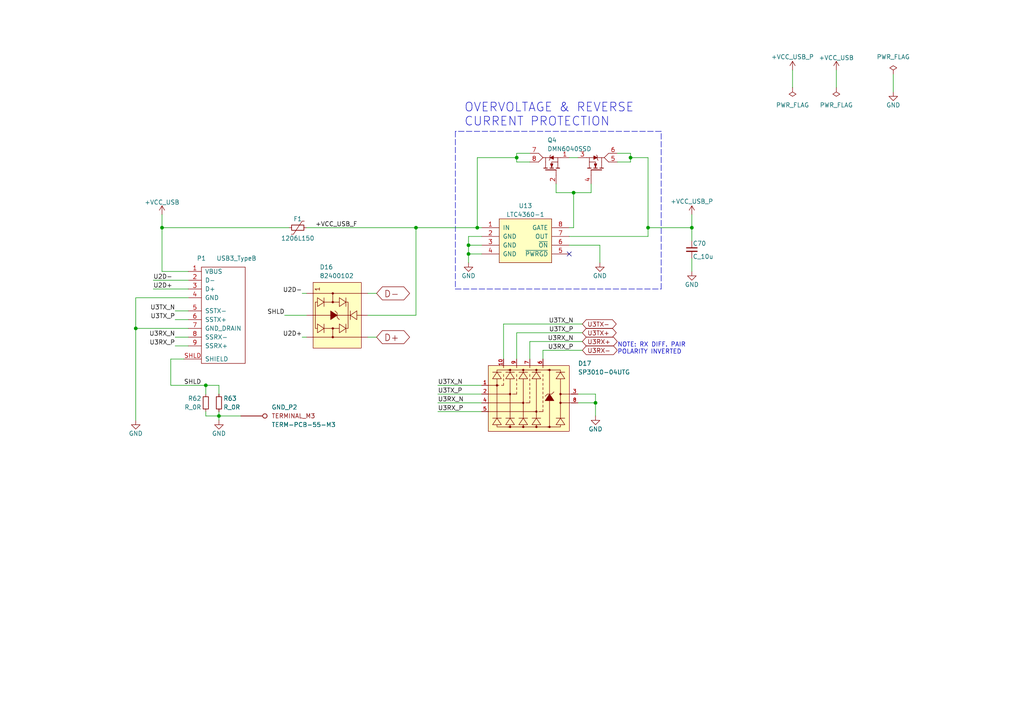
<source format=kicad_sch>
(kicad_sch (version 20250114) (generator "eeschema") (generator_version "9.0")
  (paper "A4")
  (title_block (title "Scopefun Oscilloscope") (rev "v2") (comment 1 "Copyright Dejan Priversek 2017") (comment 2 "Licensed under CERN OHL v.1.2"))
  (lib_symbols
    (symbol "GND_1" (power) (pin_names (offset 0))
      (property "Value" "GND" (at 0 -3.81 0))
      (symbol "GND_1_0_1"
        (polyline (pts (xy 0 0) (xy 0 -1.27) (xy 1.27 -1.27) (xy 0 -2.54) (xy -1.27 -1.27) (xy 0 -1.27)))
      )
      (symbol "GND_1_1_1"
        (pin power_in line (at 0 0 270) (length 0) (hide yes) (name "GND") (number "1"))
      )
    )
    (symbol "GND_10" (power) (pin_names (offset 0))
      (property "Value" "GND" (at 0 -3.81 0))
      (symbol "GND_10_0_1"
        (polyline (pts (xy 0 0) (xy 0 -1.27) (xy 1.27 -1.27) (xy 0 -2.54) (xy -1.27 -1.27) (xy 0 -1.27)))
      )
      (symbol "GND_10_1_1"
        (pin power_in line (at 0 0 270) (length 0) (hide yes) (name "GND") (number "1"))
      )
    )
    (symbol "GND_11" (power) (pin_names (offset 0))
      (property "Value" "GND" (at 0 -3.81 0))
      (symbol "GND_11_0_1"
        (polyline (pts (xy 0 0) (xy 0 -1.27) (xy 1.27 -1.27) (xy 0 -2.54) (xy -1.27 -1.27) (xy 0 -1.27)))
      )
      (symbol "GND_11_1_1"
        (pin power_in line (at 0 0 270) (length 0) (hide yes) (name "GND") (number "1"))
      )
    )
    (symbol "GND_12" (power) (pin_names (offset 0))
      (property "Value" "GND" (at 0 -3.81 0))
      (symbol "GND_12_0_1"
        (polyline (pts (xy 0 0) (xy 0 -1.27) (xy 1.27 -1.27) (xy 0 -2.54) (xy -1.27 -1.27) (xy 0 -1.27)))
      )
      (symbol "GND_12_1_1"
        (pin power_in line (at 0 0 270) (length 0) (hide yes) (name "GND") (number "1"))
      )
    )
    (symbol "GND_13" (power) (pin_names (offset 0))
      (property "Value" "GND" (at 0 -3.81 0))
      (symbol "GND_13_0_1"
        (polyline (pts (xy 0 0) (xy 0 -1.27) (xy 1.27 -1.27) (xy 0 -2.54) (xy -1.27 -1.27) (xy 0 -1.27)))
      )
      (symbol "GND_13_1_1"
        (pin power_in line (at 0 0 270) (length 0) (hide yes) (name "GND") (number "1"))
      )
    )
    (symbol "GND_14" (power) (pin_names (offset 0))
      (property "Value" "GND" (at 0 -3.81 0))
      (symbol "GND_14_0_1"
        (polyline (pts (xy 0 0) (xy 0 -1.27) (xy 1.27 -1.27) (xy 0 -2.54) (xy -1.27 -1.27) (xy 0 -1.27)))
      )
      (symbol "GND_14_1_1"
        (pin power_in line (at 0 0 270) (length 0) (hide yes) (name "GND") (number "1"))
      )
    )
    (symbol "GND_2" (power) (pin_names (offset 0))
      (property "Value" "GND" (at 0 -3.81 0))
      (symbol "GND_2_0_1"
        (polyline (pts (xy 0 0) (xy 0 -1.27) (xy 1.27 -1.27) (xy 0 -2.54) (xy -1.27 -1.27) (xy 0 -1.27)))
      )
      (symbol "GND_2_1_1"
        (pin power_in line (at 0 0 270) (length 0) (hide yes) (name "GND") (number "1"))
      )
    )
    (symbol "GND_3" (power) (pin_names (offset 0))
      (property "Value" "GND" (at 0 -3.81 0))
      (symbol "GND_3_0_1"
        (polyline (pts (xy 0 0) (xy 0 -1.27) (xy 1.27 -1.27) (xy 0 -2.54) (xy -1.27 -1.27) (xy 0 -1.27)))
      )
      (symbol "GND_3_1_1"
        (pin power_in line (at 0 0 270) (length 0) (hide yes) (name "GND") (number "1"))
      )
    )
    (symbol "GND_4" (power) (pin_names (offset 0))
      (property "Value" "GND" (at 0 -3.81 0))
      (symbol "GND_4_0_1"
        (polyline (pts (xy 0 0) (xy 0 -1.27) (xy 1.27 -1.27) (xy 0 -2.54) (xy -1.27 -1.27) (xy 0 -1.27)))
      )
      (symbol "GND_4_1_1"
        (pin power_in line (at 0 0 270) (length 0) (hide yes) (name "GND") (number "1"))
      )
    )
    (symbol "GND_5" (power) (pin_names (offset 0))
      (property "Value" "GND" (at 0 -3.81 0))
      (symbol "GND_5_0_1"
        (polyline (pts (xy 0 0) (xy 0 -1.27) (xy 1.27 -1.27) (xy 0 -2.54) (xy -1.27 -1.27) (xy 0 -1.27)))
      )
      (symbol "GND_5_1_1"
        (pin power_in line (at 0 0 270) (length 0) (hide yes) (name "GND") (number "1"))
      )
    )
    (symbol "GND_6" (power) (pin_names (offset 0))
      (property "Value" "GND" (at 0 -3.81 0))
      (symbol "GND_6_0_1"
        (polyline (pts (xy 0 0) (xy 0 -1.27) (xy 1.27 -1.27) (xy 0 -2.54) (xy -1.27 -1.27) (xy 0 -1.27)))
      )
      (symbol "GND_6_1_1"
        (pin power_in line (at 0 0 270) (length 0) (hide yes) (name "GND") (number "1"))
      )
    )
    (symbol "GND_7" (power) (pin_names (offset 0))
      (property "Value" "GND" (at 0 -3.81 0))
      (symbol "GND_7_0_1"
        (polyline (pts (xy 0 0) (xy 0 -1.27) (xy 1.27 -1.27) (xy 0 -2.54) (xy -1.27 -1.27) (xy 0 -1.27)))
      )
      (symbol "GND_7_1_1"
        (pin power_in line (at 0 0 270) (length 0) (hide yes) (name "GND") (number "1"))
      )
    )
    (symbol "GND_8" (power) (pin_names (offset 0))
      (property "Value" "GND" (at 0 -3.81 0))
      (symbol "GND_8_0_1"
        (polyline (pts (xy 0 0) (xy 0 -1.27) (xy 1.27 -1.27) (xy 0 -2.54) (xy -1.27 -1.27) (xy 0 -1.27)))
      )
      (symbol "GND_8_1_1"
        (pin power_in line (at 0 0 270) (length 0) (hide yes) (name "GND") (number "1"))
      )
    )
    (symbol "GND_9" (power) (pin_names (offset 0))
      (property "Value" "GND" (at 0 -3.81 0))
      (symbol "GND_9_0_1"
        (polyline (pts (xy 0 0) (xy 0 -1.27) (xy 1.27 -1.27) (xy 0 -2.54) (xy -1.27 -1.27) (xy 0 -1.27)))
      )
      (symbol "GND_9_1_1"
        (pin power_in line (at 0 0 270) (length 0) (hide yes) (name "GND") (number "1"))
      )
    )
    (symbol "PWR_FLAG_1" (power) (pin_numbers (hide yes)) (pin_names (offset 0) (hide yes))
      (property "Value" "PWR_FLAG" (at 0 3.81 0))
      (symbol "PWR_FLAG_1_0_0"
        (pin power_out line (at 0 0 90) (length 0) (name "pwr") (number "1"))
      )
      (symbol "PWR_FLAG_1_0_1"
        (polyline (pts (xy 0 0) (xy 0 1.27) (xy -1.016 1.905) (xy 0 2.54) (xy 1.016 1.905) (xy 0 1.27)))
      )
    )
    (symbol "PWR_FLAG_2" (power) (pin_numbers (hide yes)) (pin_names (offset 0) (hide yes))
      (property "Value" "PWR_FLAG" (at 0 3.81 0))
      (symbol "PWR_FLAG_2_0_0"
        (pin power_out line (at 0 0 90) (length 0) (name "pwr") (number "1"))
      )
      (symbol "PWR_FLAG_2_0_1"
        (polyline (pts (xy 0 0) (xy 0 1.27) (xy -1.016 1.905) (xy 0 2.54) (xy 1.016 1.905) (xy 0 1.27)))
      )
    )
    (symbol "PWR_FLAG_3" (power) (pin_numbers (hide yes)) (pin_names (offset 0) (hide yes))
      (property "Value" "PWR_FLAG" (at 0 3.81 0))
      (symbol "PWR_FLAG_3_0_0"
        (pin power_out line (at 0 0 90) (length 0) (name "pwr") (number "1"))
      )
      (symbol "PWR_FLAG_3_0_1"
        (polyline (pts (xy 0 0) (xy 0 1.27) (xy -1.016 1.905) (xy 0 2.54) (xy 1.016 1.905) (xy 0 1.27)))
      )
    )
    (symbol "PWR_FLAG_4" (power) (pin_numbers (hide yes)) (pin_names (offset 0) (hide yes))
      (property "Value" "PWR_FLAG" (at 0 3.81 0))
      (symbol "PWR_FLAG_4_0_0"
        (pin power_out line (at 0 0 90) (length 0) (name "pwr") (number "1"))
      )
      (symbol "PWR_FLAG_4_0_1"
        (polyline (pts (xy 0 0) (xy 0 1.27) (xy -1.016 1.905) (xy 0 2.54) (xy 1.016 1.905) (xy 0 1.27)))
      )
    )
    (symbol "PWR_FLAG_5" (power) (pin_numbers (hide yes)) (pin_names (offset 0) (hide yes))
      (property "Value" "PWR_FLAG" (at 0 3.81 0))
      (symbol "PWR_FLAG_5_0_0"
        (pin power_out line (at 0 0 90) (length 0) (name "pwr") (number "1"))
      )
      (symbol "PWR_FLAG_5_0_1"
        (polyline (pts (xy 0 0) (xy 0 1.27) (xy -1.016 1.905) (xy 0 2.54) (xy 1.016 1.905) (xy 0 1.27)))
      )
    )
    (symbol "PWR_FLAG_6" (power) (pin_numbers (hide yes)) (pin_names (offset 0) (hide yes))
      (property "Value" "PWR_FLAG" (at 0 3.81 0))
      (symbol "PWR_FLAG_6_0_0"
        (pin power_out line (at 0 0 90) (length 0) (name "pwr") (number "1"))
      )
      (symbol "PWR_FLAG_6_0_1"
        (polyline (pts (xy 0 0) (xy 0 1.27) (xy -1.016 1.905) (xy 0 2.54) (xy 1.016 1.905) (xy 0 1.27)))
      )
    )
    (symbol "ScopefunParts:+VCC_USB" (power) (pin_names (offset 0))
      (property "Value" "+VCC_USB" (at 0 3.556 0))
      (symbol "+VCC_USB_0_1"
        (polyline (pts (xy -0.762 1.27) (xy 0 2.54)))
        (polyline (pts (xy 0 2.54) (xy 0.762 1.27)))
        (polyline (pts (xy 0 0) (xy 0 2.54)))
      )
      (symbol "+VCC_USB_1_1"
        (pin power_in line (at 0 0 90) (length 0) (hide yes) (name "+VCC_USB") (number "1"))
      )
    )
    (symbol "ScopefunParts:+VCC_USB_P" (power) (pin_names (offset 0))
      (property "Value" "+VCC_USB_P" (at 0 3.556 0))
      (symbol "+VCC_USB_P_0_1"
        (polyline (pts (xy -0.762 1.27) (xy 0 2.54)))
        (polyline (pts (xy 0 2.54) (xy 0.762 1.27)))
        (polyline (pts (xy 0 0) (xy 0 2.54)))
      )
      (symbol "+VCC_USB_P_1_1"
        (pin power_in line (at 0 0 90) (length 0) (hide yes) (name "+VCC_USB_P") (number "1"))
      )
    )
    (symbol "ScopefunParts:1206L150" (pin_numbers (hide yes)) (pin_names (offset 0.254) (hide yes))
      (property "Reference" "F" (at -1.27 2.54 0))
      (property "Value" "1206L150" (at 0 -3.81 0))
      (symbol "1206L150_0_1"
        (polyline (pts (xy -1.905 -1.905) (xy -1.27 -1.905) (xy 1.27 1.905) (xy 1.905 1.905)))
        (rectangle (start -1.778 -0.762) (end 1.778 0.762) (stroke (width 0.2032)))
      )
      (symbol "1206L150_1_1"
        (pin passive line (at -2.54 0 0) (length 0.762) (name "~") (number "1"))
        (pin passive line (at 2.54 0 180) (length 0.762) (name "~") (number "2"))
      )
    )
    (symbol "ScopefunParts:82400102" (pin_numbers (hide yes)) (pin_names (offset 0.254) (hide yes))
      (property "Reference" "D" (at 10.16 3.81 0))
      (property "Value" "82400102" (at 10.16 1.27 0))
      (symbol "82400102_0_0"
        (text "1" (at -7.62 -5.715 0) (effects (font (size 1.27 1.27))))
      )
      (symbol "82400102_0_1"
        (polyline (pts (xy -6.35 6.985) (xy -6.35 -6.985)))
        (circle (center -6.35 -1.27) (radius 0.254) (fill (type outline)))
        (polyline (pts (xy -6.35 -1.27) (xy -3.81 -1.27)))
        (polyline (pts (xy -5.08 2.54) (xy -2.54 2.54)))
        (polyline (pts (xy -5.08 0.635) (xy -3.81 2.54) (xy -2.54 0.635) (xy -5.08 0.635)))
        (polyline (pts (xy -5.08 -3.81) (xy -2.54 -3.81)))
        (polyline (pts (xy -5.08 -5.715) (xy -3.81 -3.81) (xy -2.54 -5.715) (xy -5.08 -5.715)))
        (circle (center -3.81 -1.27) (radius 0.254) (fill (type outline)))
        (polyline (pts (xy -3.81 -3.81) (xy -3.81 0.635)))
        (polyline (pts (xy -3.81 -5.715) (xy -3.81 -6.35) (xy 0 -6.35)))
        (polyline (pts (xy -1.27 5.715) (xy 0 3.81) (xy 1.27 5.715) (xy -1.27 5.715)))
        (polyline (pts (xy -1.27 3.81) (xy 1.27 3.81)))
        (polyline (pts (xy 0 5.715) (xy 0 6.985)))
        (polyline (pts (xy 0 3.81) (xy 0 0)))
        (polyline (pts (xy 0 3.175) (xy -3.81 3.175) (xy -3.81 2.54)))
        (polyline (pts (xy 0 3.175) (xy 3.81 3.175) (xy 3.81 2.54)))
        (polyline (pts (xy 0 0) (xy -1.27 -1.905) (xy 1.27 -1.905) (xy 0 0)) (fill (type outline)))
        (polyline (pts (xy 0 -1.905) (xy 0 -6.985)))
        (polyline (pts (xy 1.27 0.635) (xy 0.635 0) (xy -0.635 0) (xy -1.27 -0.635)))
        (polyline (pts (xy 2.54 2.54) (xy 5.08 2.54)))
        (polyline (pts (xy 2.54 0.635) (xy 3.81 2.54) (xy 5.08 0.635) (xy 2.54 0.635)))
        (polyline (pts (xy 2.54 -3.81) (xy 5.08 -3.81)))
        (polyline (pts (xy 2.54 -5.715) (xy 3.81 -3.81) (xy 5.08 -5.715) (xy 2.54 -5.715)))
        (polyline (pts (xy 3.81 -1.27) (xy 6.35 -1.27)))
        (circle (center 3.81 -1.27) (radius 0.254) (fill (type outline)))
        (polyline (pts (xy 3.81 -3.81) (xy 3.81 0.635)))
        (polyline (pts (xy 3.81 -5.715) (xy 3.81 -6.35) (xy 0 -6.35)))
        (polyline (pts (xy 6.35 6.985) (xy 6.35 -6.985)))
        (circle (center 6.35 -1.27) (radius 0.254) (fill (type outline)))
        (rectangle (start 9.525 -6.985) (end -9.525 6.985) (fill (type background)))
      )
      (symbol "82400102_1_1"
        (pin passive line (at -6.35 8.89 270) (length 1.905) (name "IO1") (number "6"))
        (pin passive line (at -6.35 -8.89 90) (length 1.905) (name "IO1") (number "1"))
        (pin passive line (at 0 8.89 270) (length 1.905) (name "VDD") (number "5"))
        (pin passive line (at 0 -8.89 90) (length 1.905) (name "GND") (number "2"))
        (pin passive line (at 6.35 8.89 270) (length 1.905) (name "IO2") (number "4"))
        (pin passive line (at 6.35 -8.89 90) (length 1.905) (name "IO2") (number "3"))
      )
    )
    (symbol "ScopefunParts:C_10u" (pin_numbers (hide yes)) (pin_names (offset 0.254) (hide yes))
      (property "Reference" "C" (at 0.254 1.778 0))
      (property "Value" "C_10u" (at 0.254 -2.032 0))
      (symbol "C_10u_0_1"
        (polyline (pts (xy -1.524 0.508) (xy 1.524 0.508)) (stroke (width 0.3048)))
        (polyline (pts (xy -1.524 -0.508) (xy 1.524 -0.508)) (stroke (width 0.3302)))
      )
      (symbol "C_10u_1_1"
        (pin passive line (at 0 2.54 270) (length 1.905) (name "~") (number "1"))
        (pin passive line (at 0 -2.54 90) (length 2.032) (name "~") (number "2"))
      )
    )
    (symbol "ScopefunParts:DMN6040SSD" (pin_names (offset 0) (hide yes))
      (property "Reference" "Q" (at -7.62 7.62 0))
      (property "Value" "DMN6040SSD" (at -7.62 5.08 0))
      (symbol "DMN6040SSD_0_1"
        (polyline (pts (xy -8.89 2.54) (xy -10.16 3.81)))
        (polyline (pts (xy -8.89 2.54) (xy -10.16 1.27)))
        (polyline (pts (xy -8.89 2.54) (xy -8.128 2.54)))
        (polyline (pts (xy -8.636 -0.508) (xy -7.62 -0.508)) (stroke (width 0.254)))
        (polyline (pts (xy -8.128 -0.508) (xy -8.128 1.27)))
        (polyline (pts (xy -8.128 -1.016) (xy -5.08 -1.016)) (stroke (width 0.254)))
        (polyline (pts (xy -6.858 2.54) (xy -8.128 2.54) (xy -8.128 1.27)))
        (polyline (pts (xy -6.858 -0.508) (xy -5.842 -0.508)) (stroke (width 0.254)))
        (polyline (pts (xy -6.604 3.302) (xy -6.858 3.048) (xy -6.858 2.032) (xy -7.112 1.778)))
        (polyline (pts (xy -6.35 -0.254) (xy -6.731 0.762) (xy -5.969 0.762) (xy -6.35 -0.254)) (fill (type outline)))
        (polyline (pts (xy -6.35 -0.508) (xy -6.35 1.27)))
        (polyline (pts (xy -5.842 2.54) (xy -4.572 2.54) (xy -4.572 1.27)))
        (polyline (pts (xy -5.842 2.032) (xy -5.842 3.048) (xy -6.858 2.54) (xy -5.842 2.032)) (fill (type outline)))
        (polyline (pts (xy -5.08 -0.508) (xy -4.064 -0.508)) (stroke (width 0.254)))
        (polyline (pts (xy -5.08 -2.54) (xy -5.08 -1.016)))
        (polyline (pts (xy -4.572 2.54) (xy -3.81 2.54)))
        (polyline (pts (xy -4.572 1.27) (xy -6.35 1.27)))
        (polyline (pts (xy -4.572 -0.508) (xy -4.572 1.27)))
        (polyline (pts (xy 4.572 2.54) (xy 3.81 2.54)))
        (polyline (pts (xy 4.572 1.27) (xy 6.35 1.27)))
        (polyline (pts (xy 4.572 -0.508) (xy 4.572 1.27)))
        (polyline (pts (xy 5.08 -0.508) (xy 4.064 -0.508)) (stroke (width 0.254)))
        (polyline (pts (xy 5.08 -2.54) (xy 5.08 -1.016)))
        (polyline (pts (xy 5.842 2.54) (xy 4.572 2.54) (xy 4.572 1.27)))
        (polyline (pts (xy 5.842 2.032) (xy 5.842 3.048) (xy 6.858 2.54) (xy 5.842 2.032)) (fill (type outline)))
        (polyline (pts (xy 6.35 -0.254) (xy 6.731 0.762) (xy 5.969 0.762) (xy 6.35 -0.254)) (fill (type outline)))
        (polyline (pts (xy 6.35 -0.508) (xy 6.35 1.27)))
        (polyline (pts (xy 6.604 3.302) (xy 6.858 3.048) (xy 6.858 2.032) (xy 7.112 1.778)))
        (polyline (pts (xy 6.858 2.54) (xy 8.128 2.54) (xy 8.128 1.27)))
        (polyline (pts (xy 6.858 -0.508) (xy 5.842 -0.508)) (stroke (width 0.254)))
        (polyline (pts (xy 8.128 -0.508) (xy 8.128 1.27)))
        (polyline (pts (xy 8.128 -1.016) (xy 5.08 -1.016)) (stroke (width 0.254)))
        (polyline (pts (xy 8.636 -0.508) (xy 7.62 -0.508)) (stroke (width 0.254)))
        (polyline (pts (xy 8.89 2.54) (xy 8.128 2.54)))
        (polyline (pts (xy 8.89 2.54) (xy 10.16 3.81)))
        (polyline (pts (xy 8.89 2.54) (xy 10.16 1.27)))
      )
      (symbol "DMN6040SSD_1_1"
        (pin passive line (at -12.7 3.81 0) (length 2.54) (name "D1") (number "7"))
        (pin passive line (at -12.7 1.27 0) (length 2.54) (name "D1") (number "8"))
        (pin input line (at -5.08 -5.08 90) (length 2.54) (name "G1") (number "2"))
        (pin passive line (at -1.27 2.54 180) (length 2.54) (name "S1") (number "1"))
        (pin passive line (at 1.27 2.54 0) (length 2.54) (name "S2") (number "3"))
        (pin input line (at 5.08 -5.08 90) (length 2.54) (name "G2") (number "4"))
        (pin passive line (at 12.7 3.81 180) (length 2.54) (name "D2") (number "6"))
        (pin passive line (at 12.7 1.27 180) (length 2.54) (name "D2") (number "5"))
      )
    )
    (symbol "ScopefunParts:LTC4360-1" (pin_names (offset 1.016))
      (property "Reference" "U" (at 0 8.89 0))
      (property "Value" "LTC4360-1" (at 0 6.35 0))
      (symbol "LTC4360-1_0_1"
        (rectangle (start -7.62 5.08) (end 7.62 -7.62) (fill (type background)))
      )
      (symbol "LTC4360-1_1_1"
        (pin power_in line (at -12.7 2.54 0) (length 5.08) (name "IN") (number "1"))
        (pin power_in line (at -12.7 0 0) (length 5.08) (name "GND") (number "2"))
        (pin power_in line (at -12.7 -2.54 0) (length 5.08) (name "GND") (number "3"))
        (pin power_in line (at -12.7 -5.08 0) (length 5.08) (name "GND") (number "4"))
        (pin output line (at 12.7 2.54 180) (length 5.08) (name "GATE") (number "8"))
        (pin power_out line (at 12.7 0 180) (length 5.08) (name "OUT") (number "7"))
        (pin input line (at 12.7 -2.54 180) (length 5.08) (name "~{ON}") (number "6"))
        (pin output line (at 12.7 -5.08 180) (length 5.08) (name "~{PWRGD}") (number "5"))
      )
    )
    (symbol "ScopefunParts:R_0R" (pin_numbers (hide yes)) (pin_names (offset 0.254) (hide yes))
      (property "Reference" "R" (at 1.27 1.27 0))
      (property "Value" "R_0R" (at 1.27 -1.27 0))
      (symbol "R_0R_0_1"
        (rectangle (start -0.762 1.778) (end 0.762 -1.778) (stroke (width 0.2032)))
      )
      (symbol "R_0R_1_1"
        (pin passive line (at 0 2.54 270) (length 0.762) (name "~") (number "1"))
        (pin passive line (at 0 -2.54 90) (length 0.762) (name "~") (number "2"))
      )
    )
    (symbol "ScopefunParts:SP3010-04UTG" (pin_names (offset 0.254) (hide yes))
      (property "Reference" "D" (at 12.7 10.16 0))
      (property "Value" "SP3010-04UTG" (at 12.7 7.62 0))
      (symbol "SP3010-04UTG_0_0"
        (polyline (pts (xy -10.16 3.81) (xy -12.065 3.81)))
        (polyline (pts (xy -9.525 5.715) (xy -9.525 -5.715)))
        (polyline (pts (xy -6.35 1.27) (xy -12.065 1.27)))
        (circle (center -5.715 8.255) (radius 0.254) (fill (type outline)))
        (polyline (pts (xy -5.715 5.715) (xy -5.715 -5.715)))
        (circle (center -5.715 -8.255) (radius 0.254) (fill (type outline)))
        (polyline (pts (xy -2.54 -1.27) (xy -12.065 -1.27)))
        (circle (center -1.905 8.255) (radius 0.254) (fill (type outline)))
        (polyline (pts (xy -1.905 7.62) (xy -1.905 8.255)))
        (polyline (pts (xy -1.905 5.715) (xy -1.905 -5.715)))
        (polyline (pts (xy -1.905 -7.62) (xy -1.905 -8.255)))
        (circle (center -1.905 -8.255) (radius 0.254) (fill (type outline)))
        (polyline (pts (xy 1.27 -3.81) (xy -12.065 -3.81)))
        (circle (center 1.905 8.255) (radius 0.254) (fill (type outline)))
        (polyline (pts (xy 1.905 5.715) (xy 1.905 -5.715)))
        (polyline (pts (xy 1.905 -8.255) (xy 5.715 -8.255)))
        (circle (center 1.905 -8.255) (radius 0.254) (fill (type outline)))
        (polyline (pts (xy 5.715 8.255) (xy 1.905 8.255)))
        (circle (center 5.715 8.255) (radius 0.254) (fill (type outline)))
        (polyline (pts (xy 5.715 -8.255) (xy 5.715 8.255)))
        (circle (center 5.715 -8.255) (radius 0.254) (fill (type outline)))
        (polyline (pts (xy 8.89 -5.715) (xy 8.89 5.715)))
      )
      (symbol "SP3010-04UTG_0_1"
        (polyline (pts (xy -10.795 7.62) (xy -8.255 7.62)))
        (polyline (pts (xy -10.795 5.715) (xy -9.525 7.62) (xy -8.255 5.715) (xy -10.795 5.715)))
        (polyline (pts (xy -10.795 -5.715) (xy -8.255 -5.715)))
        (polyline (pts (xy -10.795 -7.62) (xy -9.525 -5.715) (xy -8.255 -7.62) (xy -10.795 -7.62)))
        (circle (center -9.525 3.81) (radius 0.254) (fill (type outline)))
        (polyline (pts (xy -9.525 3.81) (xy -10.16 3.81)))
        (polyline (pts (xy -9.525 3.81) (xy -8.89 3.81)))
        (polyline (pts (xy -9.525 -7.62) (xy -9.525 -8.255) (xy -5.715 -8.255)))
        (polyline (pts (xy -8.255 3.81) (xy -7.62 3.81)))
        (polyline (pts (xy -7.62 8.89) (xy -7.62 9.525)))
        (polyline (pts (xy -7.62 7.62) (xy -7.62 7.62)))
        (polyline (pts (xy -7.62 6.35) (xy -7.62 6.985)))
        (polyline (pts (xy -7.62 5.08) (xy -7.62 5.715)))
        (polyline (pts (xy -7.62 4.445) (xy -7.62 3.81)))
        (polyline (pts (xy -6.985 7.62) (xy -4.445 7.62)))
        (polyline (pts (xy -6.985 5.715) (xy -5.715 7.62) (xy -4.445 5.715) (xy -6.985 5.715)))
        (polyline (pts (xy -6.985 -5.715) (xy -4.445 -5.715)))
        (polyline (pts (xy -6.985 -7.62) (xy -5.715 -5.715) (xy -4.445 -7.62) (xy -6.985 -7.62)))
        (polyline (pts (xy -6.35 8.255) (xy -5.715 8.255)))
        (polyline (pts (xy -6.35 1.27) (xy -5.715 1.27)))
        (polyline (pts (xy -5.715 8.255) (xy -9.525 8.255) (xy -9.525 7.62)))
        (circle (center -5.715 1.27) (radius 0.254) (fill (type outline)))
        (polyline (pts (xy -5.715 -7.62) (xy -5.715 -8.255) (xy -1.905 -8.255)))
        (polyline (pts (xy -5.715 -8.255) (xy -6.35 -8.255)))
        (polyline (pts (xy -5.08 1.27) (xy -4.445 1.27)))
        (polyline (pts (xy -4.445 1.27) (xy -3.81 1.27)))
        (polyline (pts (xy -3.81 8.89) (xy -3.81 9.525)))
        (polyline (pts (xy -3.81 7.62) (xy -3.81 7.62)))
        (polyline (pts (xy -3.81 6.35) (xy -3.81 6.985)))
        (polyline (pts (xy -3.81 5.08) (xy -3.81 5.715)))
        (polyline (pts (xy -3.81 3.81) (xy -3.81 4.445)))
        (polyline (pts (xy -3.81 2.54) (xy -3.81 3.175)))
        (polyline (pts (xy -3.81 1.27) (xy -3.81 1.905)))
        (polyline (pts (xy -3.175 7.62) (xy -0.635 7.62)))
        (polyline (pts (xy -3.175 5.715) (xy -1.905 7.62) (xy -0.635 5.715) (xy -3.175 5.715)))
        (polyline (pts (xy -3.175 -5.715) (xy -0.635 -5.715)))
        (polyline (pts (xy -3.175 -7.62) (xy -1.905 -5.715) (xy -0.635 -7.62) (xy -3.175 -7.62)))
        (polyline (pts (xy -2.54 -1.27) (xy -1.905 -1.27)))
        (polyline (pts (xy -1.905 8.255) (xy -5.715 8.255) (xy -5.715 7.62)))
        (polyline (pts (xy -1.905 8.255) (xy 1.905 8.255) (xy 1.905 7.62)))
        (circle (center -1.905 -1.27) (radius 0.254) (fill (type outline)))
        (polyline (pts (xy -1.27 -1.27) (xy -0.635 -1.27)))
        (polyline (pts (xy -0.635 -1.27) (xy 0 -1.27)))
        (polyline (pts (xy 0 8.89) (xy 0 9.525)))
        (polyline (pts (xy 0 7.62) (xy 0 7.62)))
        (polyline (pts (xy 0 6.35) (xy 0 6.985)))
        (polyline (pts (xy 0 5.08) (xy 0 5.715)))
        (polyline (pts (xy 0 3.81) (xy 0 4.445)))
        (polyline (pts (xy 0 2.54) (xy 0 3.175)))
        (polyline (pts (xy 0 1.27) (xy 0 1.905)))
        (polyline (pts (xy 0 0) (xy 0 0.635)))
        (polyline (pts (xy 0 -1.27) (xy 0 -0.635)))
        (polyline (pts (xy 0.635 7.62) (xy 3.175 7.62)))
        (polyline (pts (xy 0.635 5.715) (xy 1.905 7.62) (xy 3.175 5.715) (xy 0.635 5.715)))
        (polyline (pts (xy 0.635 -5.715) (xy 3.175 -5.715)))
        (polyline (pts (xy 0.635 -7.62) (xy 1.905 -5.715) (xy 3.175 -7.62) (xy 0.635 -7.62)))
        (polyline (pts (xy 1.27 -3.81) (xy 1.905 -3.81)))
        (circle (center 1.905 -3.81) (radius 0.254) (fill (type outline)))
        (polyline (pts (xy 1.905 -7.62) (xy 1.905 -8.255) (xy -1.905 -8.255)))
        (polyline (pts (xy 2.54 -3.81) (xy 3.175 -3.81)))
        (polyline (pts (xy 3.175 -3.81) (xy 3.81 -3.81)))
        (polyline (pts (xy 3.81 9.525) (xy 3.81 8.89)))
        (polyline (pts (xy 3.81 7.62) (xy 3.81 7.62)))
        (polyline (pts (xy 3.81 6.35) (xy 3.81 6.985)))
        (polyline (pts (xy 3.81 5.08) (xy 3.81 5.715)))
        (polyline (pts (xy 3.81 3.81) (xy 3.81 4.445)))
        (polyline (pts (xy 3.81 3.175) (xy 3.81 2.54)))
        (polyline (pts (xy 3.81 1.905) (xy 3.81 1.27)))
        (polyline (pts (xy 3.81 0) (xy 3.81 0.635)))
        (polyline (pts (xy 3.81 -1.27) (xy 3.81 -0.635)))
        (polyline (pts (xy 3.81 -2.54) (xy 3.81 -1.905)))
        (polyline (pts (xy 3.81 -3.81) (xy 3.81 -3.175)))
        (polyline (pts (xy 5.08 8.255) (xy 8.89 8.255) (xy 8.89 7.62)))
        (polyline (pts (xy 5.715 1.27) (xy 4.445 -0.635) (xy 6.985 -0.635) (xy 5.715 1.27)) (fill (type outline)))
        (polyline (pts (xy 6.985 1.905) (xy 6.35 1.27) (xy 5.08 1.27) (xy 4.445 0.635)))
        (polyline (pts (xy 7.62 7.62) (xy 10.16 7.62)))
        (polyline (pts (xy 7.62 5.715) (xy 8.89 7.62) (xy 10.16 5.715) (xy 7.62 5.715)))
        (polyline (pts (xy 7.62 -5.715) (xy 10.16 -5.715)))
        (polyline (pts (xy 7.62 -7.62) (xy 8.89 -5.715) (xy 10.16 -7.62) (xy 7.62 -7.62)))
        (circle (center 8.89 1.27) (radius 0.254) (fill (type outline)))
        (circle (center 8.89 -1.27) (radius 0.254) (fill (type outline)))
        (polyline (pts (xy 8.89 -7.62) (xy 8.89 -8.255) (xy 5.08 -8.255)))
        (rectangle (start 11.43 -9.525) (end -12.065 9.525) (fill (type background)))
        (polyline (pts (xy 12.065 1.27) (xy 8.89 1.27)))
        (polyline (pts (xy 12.065 1.27) (xy 13.335 1.27)))
        (polyline (pts (xy 12.065 -1.27) (xy 8.89 -1.27)))
        (polyline (pts (xy 12.065 -1.27) (xy 13.335 -1.27)))
      )
      (symbol "SP3010-04UTG_1_1"
        (pin passive line (at -13.97 3.81 0) (length 1.905) (name "IO1") (number "1"))
        (pin passive line (at -13.97 1.27 0) (length 1.905) (name "GND") (number "2"))
        (pin passive line (at -13.97 -1.27 0) (length 1.905) (name "IO2") (number "4"))
        (pin passive line (at -13.97 -3.81 0) (length 1.905) (name "VDD") (number "5"))
        (pin passive line (at -7.62 11.43 270) (length 1.905) (name "IO1") (number "10"))
        (pin passive line (at -3.81 11.43 270) (length 1.905) (name "IO1") (number "9"))
        (pin passive line (at 0 11.43 270) (length 1.905) (name "IO1") (number "7"))
        (pin passive line (at 3.81 11.43 270) (length 1.905) (name "IO1") (number "6"))
        (pin passive line (at 13.97 1.27 180) (length 1.905) (name "IO2") (number "3"))
        (pin passive line (at 13.97 -1.27 180) (length 1.905) (name "IO1") (number "8"))
      )
    )
    (symbol "ScopefunParts:TERM-PCB-55-M3" (pin_numbers (hide yes)) (pin_names (offset 1.016) (hide yes))
      (property "Reference" "P" (at -1.27 1.27 0))
      (property "Value" "TERM-PCB-55-M3" (at -2.54 -2.54 0))
      (symbol "TERM-PCB-55-M3_0_0"
        (text "TERMINAL_M3" (at 6.35 0 0) (effects (font (size 1.27 1.27)) (justify left)))
      )
      (symbol "TERM-PCB-55-M3_1_1"
        (pin passive inverted (at -2.54 0 0) (length 7.62) (name "1") (number "1"))
      )
    )
    (symbol "ScopefunParts:USB3_TypeB" (pin_names (offset 1.016))
      (property "Reference" "P" (at -5.08 16.51 0))
      (property "Value" "USB3_TypeB" (at 5.08 16.51 0))
      (symbol "USB3_TypeB_0_1"
        (rectangle (start -5.08 13.97) (end 7.62 -13.97))
      )
      (symbol "USB3_TypeB_1_1"
        (pin passive line (at -10.16 -12.7 0) (length 5.08) (name "SHIELD") (number "SHLD"))
        (pin power_out line (at -8.89 12.7 0) (length 3.81) (name "VBUS") (number "1"))
        (pin passive line (at -8.89 10.16 0) (length 3.81) (name "D-") (number "2"))
        (pin bidirectional line (at -8.89 7.62 0) (length 3.81) (name "D+") (number "3"))
        (pin power_in line (at -8.89 5.08 0) (length 3.81) (name "GND") (number "4"))
        (pin bidirectional line (at -8.89 1.27 0) (length 3.81) (name "SSTX-") (number "5"))
        (pin bidirectional line (at -8.89 -1.27 0) (length 3.81) (name "SSTX+") (number "6"))
        (pin power_in line (at -8.89 -3.81 0) (length 3.81) (name "GND_DRAIN") (number "7"))
        (pin bidirectional line (at -8.89 -6.35 0) (length 3.81) (name "SSRX-") (number "8"))
        (pin bidirectional line (at -8.89 -8.89 0) (length 3.81) (name "SSRX+") (number "9"))
      )
    )
  )
  (text "NOTE: RX DIFF. PAIR\nPOLARITY INVERTED" (at 179.07 102.87 0) (effects (font (size 1.27 1.27)) (justify left bottom)))
  (text "OVERVOLTAGE & REVERSE\nCURRENT PROTECTION" (at 134.62 36.83 0) (effects (font (size 2.54 2.54)) (justify left bottom)))
  (junction (at 135.89 73.66))
  (junction (at 39.37 95.25))
  (junction (at 149.86 45.72))
  (junction (at 120.65 66.04))
  (junction (at 172.72 116.84))
  (junction (at 135.89 71.12))
  (junction (at 138.43 66.04))
  (junction (at 46.99 66.04))
  (junction (at 166.37 55.88))
  (junction (at 187.96 66.04))
  (junction (at 200.66 66.04))
  (junction (at 182.88 45.72))
  (junction (at 63.5 120.65))
  (junction (at 59.69 111.76))
  (no_connect (at 165.1 73.66))
  (wire (pts (xy 172.72 114.3) (xy 167.64 114.3)))
  (wire (pts (xy 39.37 95.25) (xy 39.37 121.92)))
  (wire (pts (xy 182.88 46.99) (xy 179.07 46.99)))
  (wire (pts (xy 153.67 104.14) (xy 153.67 99.06)))
  (wire (pts (xy 149.86 96.52) (xy 168.91 96.52)))
  (wire (pts (xy 153.67 99.06) (xy 168.91 99.06)))
  (wire (pts (xy 165.1 66.04) (xy 166.37 66.04)))
  (wire (pts (xy 63.5 120.65) (xy 69.85 120.65)))
  (wire (pts (xy 138.43 66.04) (xy 138.43 45.72)))
  (wire (pts (xy 63.5 120.65) (xy 63.5 121.92)))
  (wire (pts (xy 46.99 78.74) (xy 54.61 78.74)))
  (wire (pts (xy 88.9 97.79) (xy 87.63 97.79)))
  (wire (pts (xy 200.66 66.04) (xy 200.66 69.85)))
  (wire (pts (xy 173.99 71.12) (xy 165.1 71.12)))
  (wire (pts (xy 172.72 114.3) (xy 172.72 116.84)))
  (wire (pts (xy 106.68 91.44) (xy 120.65 91.44)))
  (wire (pts (xy 54.61 90.17) (xy 50.8 90.17)))
  (wire (pts (xy 135.89 68.58) (xy 139.7 68.58)))
  (wire (pts (xy 161.29 55.88) (xy 161.29 53.34)))
  (wire (pts (xy 173.99 76.2) (xy 173.99 71.12)))
  (wire (pts (xy 135.89 73.66) (xy 139.7 73.66)))
  (wire (pts (xy 88.9 91.44) (xy 82.55 91.44)))
  (wire (pts (xy 171.45 55.88) (xy 171.45 53.34)))
  (wire (pts (xy 165.1 45.72) (xy 167.64 45.72)))
  (wire (pts (xy 54.61 86.36) (xy 39.37 86.36)))
  (wire (pts (xy 120.65 66.04) (xy 138.43 66.04)))
  (wire (pts (xy 59.69 114.3) (xy 59.69 111.76)))
  (wire (pts (xy 135.89 68.58) (xy 135.89 71.12)))
  (wire (pts (xy 166.37 66.04) (xy 166.37 55.88)))
  (wire (pts (xy 54.61 95.25) (xy 39.37 95.25)))
  (wire (pts (xy 50.8 100.33) (xy 54.61 100.33)))
  (wire (pts (xy 149.86 44.45) (xy 149.86 45.72)))
  (wire (pts (xy 229.87 20.32) (xy 229.87 25.4)))
  (wire (pts (xy 139.7 116.84) (xy 127 116.84)))
  (wire (pts (xy 139.7 111.76) (xy 127 111.76)))
  (wire (pts (xy 50.8 97.79) (xy 54.61 97.79)))
  (wire (pts (xy 187.96 66.04) (xy 187.96 68.58)))
  (wire (pts (xy 46.99 66.04) (xy 46.99 78.74)))
  (wire (pts (xy 182.88 45.72) (xy 182.88 46.99)))
  (polyline (pts (xy 191.77 38.1) (xy 132.08 38.1)) (stroke (width 0) (type dash)))
  (wire (pts (xy 46.99 62.23) (xy 46.99 66.04)))
  (wire (pts (xy 172.72 116.84) (xy 172.72 120.65)))
  (wire (pts (xy 88.9 66.04) (xy 120.65 66.04)))
  (wire (pts (xy 139.7 71.12) (xy 135.89 71.12)))
  (wire (pts (xy 200.66 62.23) (xy 200.66 66.04)))
  (polyline (pts (xy 191.77 83.82) (xy 191.77 38.1)) (stroke (width 0) (type dash)))
  (polyline (pts (xy 132.08 38.1) (xy 132.08 83.82)) (stroke (width 0) (type dash)))
  (wire (pts (xy 106.68 85.09) (xy 109.22 85.09)))
  (wire (pts (xy 146.05 93.98) (xy 168.91 93.98)))
  (wire (pts (xy 39.37 86.36) (xy 39.37 95.25)))
  (wire (pts (xy 139.7 114.3) (xy 127 114.3)))
  (wire (pts (xy 182.88 44.45) (xy 182.88 45.72)))
  (wire (pts (xy 46.99 66.04) (xy 83.82 66.04)))
  (wire (pts (xy 49.53 111.76) (xy 59.69 111.76)))
  (wire (pts (xy 179.07 44.45) (xy 182.88 44.45)))
  (wire (pts (xy 59.69 111.76) (xy 63.5 111.76)))
  (wire (pts (xy 172.72 116.84) (xy 167.64 116.84)))
  (wire (pts (xy 161.29 55.88) (xy 166.37 55.88)))
  (polyline (pts (xy 132.08 83.82) (xy 191.77 83.82)) (stroke (width 0) (type dash)))
  (wire (pts (xy 259.08 26.67) (xy 259.08 21.59)))
  (wire (pts (xy 88.9 85.09) (xy 87.63 85.09)))
  (wire (pts (xy 138.43 45.72) (xy 149.86 45.72)))
  (wire (pts (xy 44.45 81.28) (xy 54.61 81.28)))
  (wire (pts (xy 166.37 55.88) (xy 171.45 55.88)))
  (wire (pts (xy 146.05 104.14) (xy 146.05 93.98)))
  (wire (pts (xy 138.43 66.04) (xy 139.7 66.04)))
  (wire (pts (xy 182.88 45.72) (xy 187.96 45.72)))
  (wire (pts (xy 50.8 92.71) (xy 54.61 92.71)))
  (wire (pts (xy 44.45 83.82) (xy 54.61 83.82)))
  (wire (pts (xy 242.57 20.32) (xy 242.57 25.4)))
  (wire (pts (xy 157.48 104.14) (xy 157.48 101.6)))
  (wire (pts (xy 106.68 97.79) (xy 109.22 97.79)))
  (wire (pts (xy 120.65 91.44) (xy 120.65 66.04)))
  (wire (pts (xy 187.96 66.04) (xy 200.66 66.04)))
  (wire (pts (xy 149.86 44.45) (xy 153.67 44.45)))
  (wire (pts (xy 187.96 45.72) (xy 187.96 66.04)))
  (wire (pts (xy 200.66 78.74) (xy 200.66 74.93)))
  (wire (pts (xy 135.89 71.12) (xy 135.89 73.66)))
  (wire (pts (xy 157.48 101.6) (xy 168.91 101.6)))
  (wire (pts (xy 63.5 119.38) (xy 63.5 120.65)))
  (wire (pts (xy 63.5 111.76) (xy 63.5 114.3)))
  (wire (pts (xy 59.69 119.38) (xy 59.69 120.65)))
  (wire (pts (xy 149.86 46.99) (xy 153.67 46.99)))
  (wire (pts (xy 139.7 119.38) (xy 127 119.38)))
  (wire (pts (xy 149.86 45.72) (xy 149.86 46.99)))
  (wire (pts (xy 149.86 104.14) (xy 149.86 96.52)))
  (wire (pts (xy 49.53 104.14) (xy 53.34 104.14)))
  (wire (pts (xy 49.53 111.76) (xy 49.53 104.14)))
  (wire (pts (xy 59.69 120.65) (xy 63.5 120.65)))
  (wire (pts (xy 135.89 73.66) (xy 135.89 76.2)))
  (wire (pts (xy 187.96 68.58) (xy 165.1 68.58)))
  (label "+VCC_USB_F" (at 91.44 66.04 0))
  (label "U3RX_N" (at 127 116.84 0))
  (label "U3RX_N" (at 50.8 97.79 180))
  (label "U3TX_N" (at 127 111.76 0))
  (label "U2D+" (at 87.63 97.79 180))
  (label "U3RX_N" (at 166.37 99.06 180))
  (label "U3TX_P" (at 127 114.3 0))
  (label "U2D-" (at 44.45 81.28 0))
  (label "U3RX_P" (at 127 119.38 0))
  (label "U3TX_P" (at 50.8 92.71 180))
  (label "U2D+" (at 44.45 83.82 0))
  (label "U2D-" (at 87.63 85.09 180))
  (label "SHLD" (at 53.34 111.76 0))
  (label "U3TX_N" (at 50.8 90.17 180))
  (label "U3RX_P" (at 50.8 100.33 180))
  (label "SHLD" (at 82.55 91.44 180))
  (label "U3TX_N" (at 166.37 93.98 180))
  (label "U3TX_P" (at 166.37 96.52 180))
  (label "U3RX_P" (at 166.37 101.6 180))
  (global_label "U3TX+" (shape bidirectional) (at 168.91 96.52 0) (property "Intersheetrefs" "${INTERSHEET_REFS}" (effects (hide yes))))
  (global_label "D-" (shape bidirectional) (at 109.22 85.09 0) (effects (font (size 1.905 1.905))) (property "Intersheetrefs" "${INTERSHEET_REFS}" (effects (hide yes))))
  (global_label "U3TX-" (shape bidirectional) (at 168.91 93.98 0) (property "Intersheetrefs" "${INTERSHEET_REFS}" (effects (hide yes))))
  (global_label "U3RX+" (shape bidirectional) (at 168.91 99.06 0) (property "Intersheetrefs" "${INTERSHEET_REFS}" (effects (hide yes))))
  (global_label "D+" (shape bidirectional) (at 109.22 97.79 0) (effects (font (size 1.905 1.905))) (property "Intersheetrefs" "${INTERSHEET_REFS}" (effects (hide yes))))
  (global_label "U3RX-" (shape bidirectional) (at 168.91 101.6 0) (property "Intersheetrefs" "${INTERSHEET_REFS}" (effects (hide yes))))
  (symbol (lib_name "GND_11") (lib_id "Scopefun_v2-rescue:GND") (at 63.5 121.92 0) (unit 1)
    (property "Reference" "#PWR0111" (effects (hide yes)))
    (property "Value" "GND" (at 63.5 125.73 0))
  )
  (symbol (lib_id "ScopefunParts:1206L150") (at 86.36 66.04 0) (unit 1)
    (property "Reference" "F1" (at 85.09 63.5 0) (effects (justify left)))
    (property "Value" "1206L150" (at 86.36 69.85 0) (effects (justify bottom)))
    (property "Footprint" "ScopefunPackagesLibrary:R_1206" (effects (hide yes)))
    (property "Datasheet" "http://www.littelfuse.com/~/media/electronics/datasheets/resettable_ptcs/littelfuse_ptc_1206l_datasheet.pdf.pdf" (effects (hide yes)))
    (property "MFG Part#" "1206L150THWR" (effects (hide yes)))
    (property "Description" "Resettable Fuses - PPTC PTC 6V 1206 1.5A POLYFUSE SMD THIN" (effects (hide yes)))
  )
  (symbol (lib_id "ScopefunParts:+VCC_USB_P") (at 200.66 62.23 0) (unit 1)
    (property "Reference" "#PWR0112" (effects (hide yes)))
    (property "Value" "+VCC_USB_P" (at 200.66 58.42 0))
  )
  (symbol (lib_name "PWR_FLAG_5") (lib_id "Scopefun_v2-rescue:PWR_FLAG") (at 259.08 21.59 0) (unit 1)
    (property "Reference" "#FLG0113" (effects (hide yes)))
    (property "Value" "PWR_FLAG" (at 259.08 16.51 0))
  )
  (symbol (lib_name "GND_13") (lib_id "Scopefun_v2-rescue:GND") (at 259.08 26.67 0) (unit 1)
    (property "Reference" "#PWR0114" (effects (hide yes)))
    (property "Value" "GND" (at 259.08 30.48 0))
  )
  (symbol (lib_id "ScopefunParts:LTC4360-1") (at 152.4 68.58 0) (unit 1)
    (property "Reference" "U13" (at 152.4 59.69 0))
    (property "Value" "LTC4360-1" (at 152.4 62.23 0))
    (property "Footprint" "ScopefunPackagesLibrary:SC70" (effects (hide yes)))
    (property "Datasheet" "http://cds.linear.com/docs/en/datasheet/436012fa.pdf" (effects (hide yes)))
    (property "MFG Part#" "LTC4360CSC8-1" (effects (hide yes)))
    (property "Description" "Overvoltage Protection Controller" (effects (hide yes)))
  )
  (symbol (lib_name "GND_8") (lib_id "Scopefun_v2-rescue:GND") (at 173.99 76.2 0) (unit 1)
    (property "Reference" "#PWR0115" (effects (hide yes)))
    (property "Value" "GND" (at 173.99 80.01 0))
  )
  (symbol (lib_name "GND_10") (lib_id "Scopefun_v2-rescue:GND") (at 39.37 121.92 0) (unit 1)
    (property "Reference" "#PWR0116" (effects (hide yes)))
    (property "Value" "GND" (at 39.37 125.73 0))
  )
  (symbol (lib_id "ScopefunParts:+VCC_USB") (at 46.99 62.23 0) (unit 1)
    (property "Reference" "#PWR0117" (effects (hide yes)))
    (property "Value" "+VCC_USB" (at 46.99 58.674 0))
  )
  (symbol (lib_name "PWR_FLAG_4") (lib_id "Scopefun_v2-rescue:PWR_FLAG") (at 242.57 25.4 0) (mirror x) (unit 1)
    (property "Reference" "#FLG0118" (effects (hide yes)))
    (property "Value" "PWR_FLAG" (at 242.57 30.48 0))
  )
  (symbol (lib_id "ScopefunParts:+VCC_USB") (at 242.57 20.32 0) (unit 1)
    (property "Reference" "#PWR0119" (effects (hide yes)))
    (property "Value" "+VCC_USB" (at 242.57 16.764 0))
  )
  (symbol (lib_name "PWR_FLAG_6") (lib_id "Scopefun_v2-rescue:PWR_FLAG") (at 229.87 25.4 0) (mirror x) (unit 1)
    (property "Reference" "#FLG0120" (effects (hide yes)))
    (property "Value" "PWR_FLAG" (at 229.87 30.48 0))
  )
  (symbol (lib_id "ScopefunParts:+VCC_USB_P") (at 229.87 20.32 0) (unit 1)
    (property "Reference" "#PWR0121" (effects (hide yes)))
    (property "Value" "+VCC_USB_P" (at 229.87 16.51 0))
  )
  (symbol (lib_id "ScopefunParts:DMN6040SSD") (at 166.37 48.26 0) (unit 1)
    (property "Reference" "Q4" (at 158.75 40.64 0) (effects (justify left)))
    (property "Value" "DMN6040SSD" (at 158.75 43.18 0) (effects (justify left)))
    (property "Footprint" "ScopefunPackagesLibrary:SOIC8" (effects (hide yes)))
    (property "Datasheet" "https://www.diodes.com/assets/Datasheets/DMN6040SSD.pdf" (effects (hide yes)))
    (property "Description" "60 V, 4.4 A dual N-channel Trench MOSFET" (effects (hide yes)))
    (property "MFG Part#" "DMN6040SSD-13" (effects (hide yes)))
  )
  (symbol (lib_name "GND_14") (lib_id "Scopefun_v2-rescue:GND") (at 200.66 78.74 0) (unit 1)
    (property "Reference" "#PWR0122" (effects (hide yes)))
    (property "Value" "GND" (at 200.66 82.55 0))
  )
  (symbol (lib_name "GND_12") (lib_id "Scopefun_v2-rescue:GND") (at 135.89 76.2 0) (unit 1)
    (property "Reference" "#PWR0123" (effects (hide yes)))
    (property "Value" "GND" (at 135.89 80.01 0))
  )
  (symbol (lib_id "ScopefunParts:R_0R") (at 63.5 116.84 0) (unit 1)
    (property "Reference" "R63" (at 64.77 115.57 0) (effects (justify left)))
    (property "Value" "R_0R" (at 64.77 118.11 0) (effects (justify left)))
    (property "Footprint" "ScopefunPackagesLibrary:R_0805" (effects (hide yes)))
    (property "MFG Part#" "ERJ-6GEY0R00V" (effects (hide yes)))
    (property "Description" "RES SMD ZERO OHM JUMPER 0805" (effects (hide yes)))
  )
  (symbol (lib_id "ScopefunParts:R_0R") (at 59.69 116.84 0) (mirror y) (unit 1)
    (property "Reference" "R62" (at 58.42 115.57 0) (effects (justify left)))
    (property "Value" "R_0R" (at 58.42 118.11 0) (effects (justify left)))
    (property "Footprint" "ScopefunPackagesLibrary:R_0805" (effects (hide yes)))
    (property "MFG Part#" "ERJ-6GEY0R00V" (effects (hide yes)))
    (property "Description" "RES SMD ZERO OHM JUMPER 0805" (effects (hide yes)))
  )
  (symbol (lib_id "ScopefunParts:USB3_TypeB") (at 63.5 91.44 0) (unit 1)
    (property "Reference" "P1" (at 58.42 74.93 0))
    (property "Value" "USB3_TypeB" (at 68.58 74.93 0))
    (property "Footprint" "ScopefunPackagesLibrary:USB3_TypeB" (effects (hide yes)))
    (property "Datasheet" "http://katalog.we-online.de/em/datasheet/692221030100.pdf" (effects (hide yes)))
    (property "Description" "USB 3.0 Type B" (effects (hide yes)))
    (property "MFG Part#" "692221030100" (effects (hide yes)))
  )
  (symbol (lib_id "ScopefunParts:82400102") (at 97.79 91.44 270) (unit 1)
    (property "Reference" "D16" (at 92.71 77.47 90) (effects (justify left)))
    (property "Value" "82400102" (at 92.71 80.01 90) (effects (justify left)))
    (property "Footprint" "ScopefunPackagesLibrary:SOT23-6" (effects (hide yes)))
    (property "Datasheet" "http://katalog.we-online.de/pbs/datasheet/82400102.pdf" (effects (hide yes)))
    (property "MFG Part#" "82400102" (effects (hide yes)))
    (property "Description" "TVS Diode Array WE-TVS SOT23-6L" (effects (hide yes)))
  )
  (symbol (lib_id "ScopefunParts:SP3010-04UTG") (at 153.67 115.57 0) (unit 1)
    (property "Reference" "D17" (at 167.64 105.41 0) (effects (justify left)))
    (property "Value" "SP3010-04UTG" (at 167.64 107.95 0) (effects (justify left)))
    (property "Footprint" "ScopefunPackagesLibrary:uDFN-10" (effects (hide yes)))
    (property "Datasheet" "http://www.littelfuse.com/~/media/electronics/datasheets/tvs_diode_arrays/littelfuse_tvs_diode_array_sp3010_datasheet.pdf.pdf" (effects (hide yes)))
    (property "MFG Part#" "SP3010-04UTG" (effects (hide yes)))
    (property "Description" "SP3010 Series 0.45pF Diode Array" (effects (hide yes)))
  )
  (symbol (lib_name "GND_9") (lib_id "Scopefun_v2-rescue:GND") (at 172.72 120.65 0) (unit 1)
    (property "Reference" "#PWR0124" (effects (hide yes)))
    (property "Value" "GND" (at 172.72 124.46 0))
  )
  (symbol (lib_id "ScopefunParts:C_10u") (at 200.66 72.39 0) (unit 1)
    (property "Reference" "C70" (at 200.914 70.612 0) (effects (justify left)))
    (property "Value" "C_10u" (at 200.914 74.422 0) (effects (justify left)))
    (property "Footprint" "ScopefunPackagesLibrary:C_0603" (effects (hide yes)))
    (property "Datasheet" "http://psearch.en.murata.com/capacitor/product/GRM188R60J106KE47%23.pdf" (effects (hide yes)))
    (property "MFG Part#" "GRM188R60J106KE47D" (effects (hide yes)))
    (property "Description" "MLCC - SMD/SMT 0603 6.3V X5R 10%" (effects (hide yes)))
  )
  (symbol (lib_id "ScopefunParts:TERM-PCB-55-M3") (at 72.39 120.65 0) (unit 1)
    (property "Reference" "GND_P2" (at 78.74 118.11 0) (effects (justify left)))
    (property "Value" "TERM-PCB-55-M3" (at 78.74 123.19 0) (effects (justify left)))
    (property "Footprint" "ScopefunPackagesLibrary:TERM-PCB-55-M3" (effects (hide yes)))
    (property "Datasheet" "https://www.tme.eu/Document/0c814e212532c91d0fc3fbdcf27c7505/PCB-55%28M3%29.pdf" (effects (hide yes)))
    (property "Description" "TERMINAL PCB-55(M3)" (effects (hide yes)))
    (property "MFG Part#" "PCB-55(M3)" (effects (hide yes)))
  )
)
</source>
